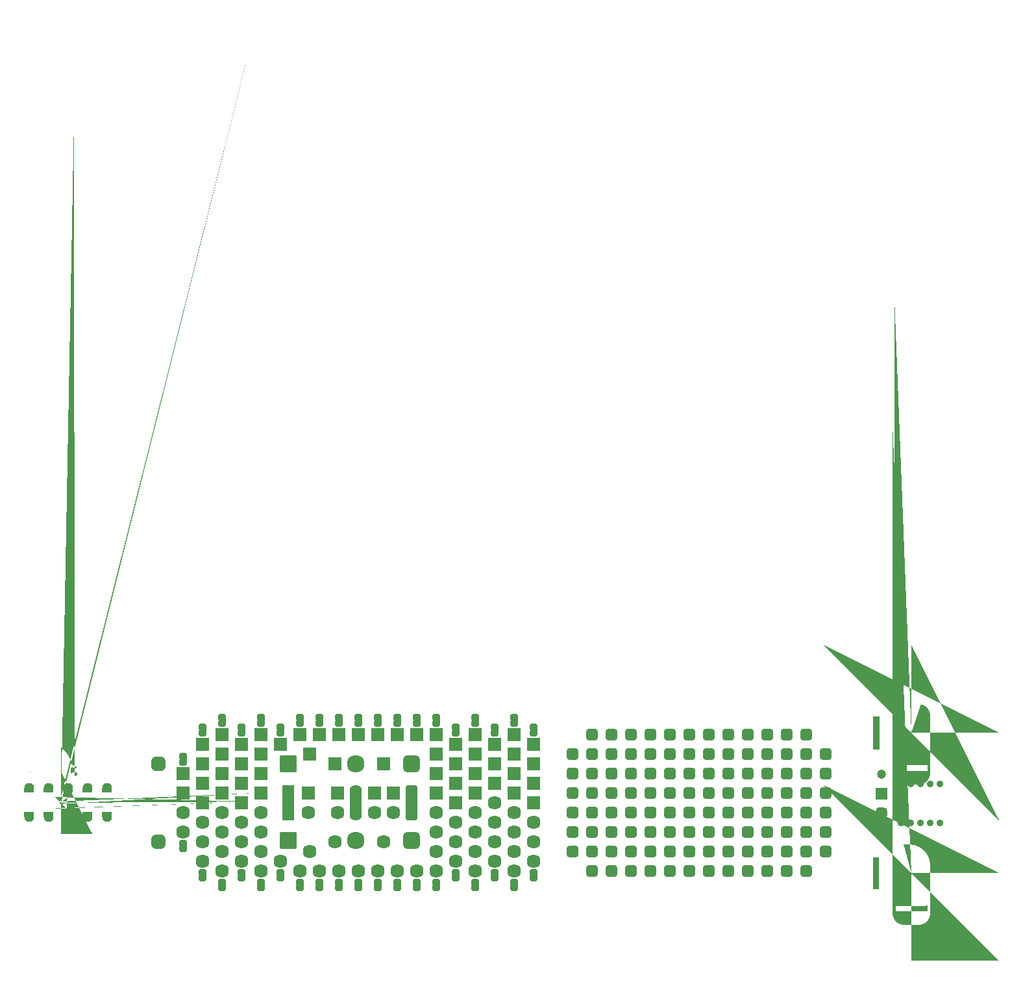
<source format=gbr>
%TF.GenerationSoftware,KiCad,Pcbnew,8.0.0*%
%TF.CreationDate,2024-02-24T11:24:54-08:00*%
%TF.ProjectId,JumperlessProbe,4a756d70-6572-46c6-9573-7350726f6265,rev?*%
%TF.SameCoordinates,Original*%
%TF.FileFunction,Soldermask,Top*%
%TF.FilePolarity,Negative*%
%FSLAX46Y46*%
G04 Gerber Fmt 4.6, Leading zero omitted, Abs format (unit mm)*
G04 Created by KiCad (PCBNEW 8.0.0) date 2024-02-24 11:24:54*
%MOMM*%
%LPD*%
G01*
G04 APERTURE LIST*
G04 Aperture macros list*
%AMRoundRect*
0 Rectangle with rounded corners*
0 $1 Rounding radius*
0 $2 $3 $4 $5 $6 $7 $8 $9 X,Y pos of 4 corners*
0 Add a 4 corners polygon primitive as box body*
4,1,4,$2,$3,$4,$5,$6,$7,$8,$9,$2,$3,0*
0 Add four circle primitives for the rounded corners*
1,1,$1+$1,$2,$3*
1,1,$1+$1,$4,$5*
1,1,$1+$1,$6,$7*
1,1,$1+$1,$8,$9*
0 Add four rect primitives between the rounded corners*
20,1,$1+$1,$2,$3,$4,$5,0*
20,1,$1+$1,$4,$5,$6,$7,0*
20,1,$1+$1,$6,$7,$8,$9,0*
20,1,$1+$1,$8,$9,$2,$3,0*%
%AMFreePoly0*
4,1,61,-1.004046,3.703271,-0.272051,3.705999,0.029798,3.689124,0.327885,3.638709,0.618495,3.555382,0.898007,3.440182,1.162936,3.294544,1.409980,3.120284,1.636062,2.919574,1.838363,2.694914,2.014362,2.449105,2.161865,2.185210,2.279034,1.906519,2.364410,1.616504,2.416927,1.318780,2.435931,1.017057,2.433136,1.004402,2.436000,-5.334000,2.418517,-5.556137,2.366500,-5.772804,
2.281229,-5.978667,2.164804,-6.168655,2.020092,-6.338092,1.850655,-6.482804,1.660667,-6.599229,1.454804,-6.684500,1.238137,-6.736517,1.016000,-6.754000,1.003628,-6.751176,-1.016000,-6.754000,-1.238137,-6.736518,-1.454804,-6.684501,-1.660667,-6.599230,-1.850655,-6.482804,-2.020092,-6.338092,-2.164804,-6.168655,-2.281230,-5.978667,-2.366501,-5.772804,-2.418518,-5.556137,-2.436000,-5.334000,
-2.433133,-5.321442,-2.433245,-5.024200,-2.001600,-5.024200,2.077800,-5.024200,2.077800,-4.272301,0.812800,-4.297600,-2.001600,-4.297600,-2.001600,-5.024200,-2.433245,-5.024200,-2.436000,2.286000,-2.418518,2.508137,-2.366501,2.724804,-2.281230,2.930667,-2.164804,3.120655,-2.020092,3.290092,-1.850655,3.434804,-1.660667,3.551230,-1.454804,3.636501,-1.238137,3.688518,-1.016000,3.706000,
-1.004046,3.703271,-1.004046,3.703271,$1*%
%AMFreePoly1*
4,1,63,1.238137,3.688517,1.454804,3.636500,1.660667,3.551229,1.850655,3.434804,2.020092,3.290092,2.164804,3.120655,2.281229,2.930667,2.366500,2.724804,2.418517,2.508137,2.436000,2.286000,2.433133,2.273442,2.436000,-5.334000,2.418517,-5.556137,2.366500,-5.772804,2.281229,-5.978667,2.164804,-6.168655,2.020092,-6.338092,1.850655,-6.482804,1.660667,-6.599229,1.454804,-6.684500,
1.238137,-6.736517,1.016000,-6.754000,1.003628,-6.751176,-1.016000,-6.754000,-1.238137,-6.736518,-1.454804,-6.684501,-1.660667,-6.599230,-1.850655,-6.482804,-2.020092,-6.338092,-2.164804,-6.168655,-2.281230,-5.978667,-2.366501,-5.772804,-2.418518,-5.556137,-2.436000,-5.334000,-2.433136,-5.321456,-2.433270,-5.024200,-2.077651,-5.024200,2.103200,-5.024200,2.103200,-4.196000,-0.762098,-4.195999,
-2.052547,-4.170696,-2.077651,-5.024200,-2.433270,-5.024200,-2.436000,1.016000,-2.435906,1.016947,-2.435931,1.017057,-2.416926,1.318780,-2.364409,1.616504,-2.279034,1.906519,-2.161864,2.185210,-2.014361,2.449105,-1.838362,2.694913,-1.636061,2.919573,-1.409980,3.120284,-1.162935,3.294543,-0.898006,3.440181,-0.618495,3.555381,-0.327885,3.638708,-0.029798,3.689123,0.272051,3.705999,
0.284004,3.703270,1.016000,3.706000,1.238137,3.688517,1.238137,3.688517,$1*%
%AMFreePoly2*
4,1,18,-0.635000,0.635000,0.000000,0.635000,0.099336,0.627182,0.252189,0.582774,0.389196,0.501748,0.501748,0.389196,0.582774,0.252189,0.627182,0.099336,0.635000,0.000000,0.627182,-0.099336,0.582774,-0.252189,0.501748,-0.389196,0.389196,-0.501748,0.252189,-0.582774,0.099336,-0.627182,0.000000,-0.635000,-0.635000,-0.635000,-0.635000,0.635000,-0.635000,0.635000,$1*%
%AMFreePoly3*
4,1,455,0.024171,7.214759,0.028568,7.214610,0.049870,7.203443,0.071873,7.193755,0.074730,7.190412,0.078627,7.188368,0.339196,6.944885,0.577199,6.679300,0.790769,6.393699,0.978232,6.090321,1.138115,5.771545,1.269166,5.439874,1.368949,5.102659,1.413084,5.026138,1.499315,4.928888,1.603325,4.850942,1.720873,4.795480,1.847167,4.764763,1.912112,4.762416,1.966722,4.747846,
2.009603,4.711025,2.032261,4.659245,2.030208,4.602762,2.003851,4.552763,1.958411,4.519151,1.902888,4.508584,1.746033,4.528264,1.595093,4.575253,1.454783,4.648082,1.439982,4.659468,1.429602,4.627521,1.379602,4.591194,1.348700,4.586300,1.265000,4.586300,1.265000,3.800538,1.287735,3.818315,1.471283,3.914377,1.669152,3.975742,1.874846,4.000395,1.962121,3.987565,
2.039744,3.945658,2.098354,3.879730,2.130879,3.797732,2.133399,3.709554,2.105608,3.625833,2.050858,3.556666,1.975754,3.510396,1.889354,3.492602,1.813630,3.490607,1.667450,3.450806,1.534721,3.377761,1.422879,3.275565,1.338191,3.149944,1.285403,3.007936,1.267472,2.857500,1.285403,2.707064,1.338191,2.565056,1.422879,2.439435,1.534721,2.337239,1.667450,2.264194,
1.813630,2.224393,1.889354,2.222397,1.975754,2.204604,2.050858,2.158334,2.105608,2.089167,2.133399,2.005446,2.130879,1.917268,2.098354,1.835270,2.039744,1.769342,1.962121,1.727435,1.874846,1.714605,1.669152,1.739258,1.471283,1.800623,1.287735,1.896685,1.265000,1.914461,1.265000,1.260540,1.287734,1.278316,1.471283,1.374378,1.669152,1.435743,1.874846,1.460396,
1.874846,1.460394,1.962121,1.447564,2.039744,1.405657,2.098354,1.339729,2.130879,1.257731,2.133399,1.169553,2.105608,1.085832,2.050858,1.016665,1.975754,0.970395,1.889354,0.952603,1.813629,0.950608,1.667449,0.910807,1.534720,0.837762,1.422878,0.735565,1.338190,0.609944,1.285402,0.467937,1.267471,0.317500,1.285402,0.167063,1.338190,0.025056,1.422878,-0.100565,
1.534720,-0.202762,1.667450,-0.275807,1.813630,-0.315608,1.889354,-0.317604,1.975754,-0.335397,2.050858,-0.381667,2.105608,-0.450834,2.133399,-0.534555,2.130879,-0.622733,2.098354,-0.704731,2.039744,-0.770659,1.962121,-0.812566,1.874846,-0.825396,1.669152,-0.800743,1.471283,-0.739378,1.287734,-0.643316,1.265000,-0.625540,1.265000,-1.279461,1.287736,-1.261684,1.471284,-1.165623,
1.669153,-1.104258,1.874847,-1.079605,1.962122,-1.092435,2.039746,-1.134342,2.098355,-1.200271,2.130881,-1.282269,2.133400,-1.370446,2.105609,-1.454167,2.050859,-1.523334,1.975755,-1.569605,1.889355,-1.587398,1.813630,-1.589393,1.667450,-1.629194,1.534721,-1.702239,1.422879,-1.804435,1.338191,-1.930056,1.285403,-2.072063,1.267472,-2.222500,1.285403,-2.372937,1.338191,-2.514944,
1.422879,-2.640565,1.534721,-2.742761,1.667450,-2.815806,1.813630,-2.855607,1.889355,-2.857603,1.975755,-2.875395,2.050859,-2.921666,2.105609,-2.990833,2.133400,-3.074554,2.130881,-3.162731,2.098355,-3.244729,2.039746,-3.310658,1.962122,-3.352565,1.874847,-3.365395,1.669153,-3.340742,1.471284,-3.279377,1.287736,-3.183316,1.265000,-3.165538,1.265000,-3.819461,1.287736,-3.801684,
1.471284,-3.705623,1.669153,-3.644258,1.874847,-3.619605,1.962122,-3.632435,2.039746,-3.674342,2.098355,-3.740271,2.130881,-3.822269,2.133400,-3.910446,2.105609,-3.994167,2.050859,-4.063334,1.975755,-4.109605,1.889355,-4.127398,1.813630,-4.129393,1.667450,-4.169194,1.534721,-4.242239,1.422879,-4.344435,1.338191,-4.470056,1.285403,-4.612063,1.267472,-4.762500,1.285403,-4.912937,
1.338191,-5.054944,1.422879,-5.180565,1.534721,-5.282761,1.667450,-5.355806,1.813630,-5.395607,1.889355,-5.397603,1.975755,-5.415395,2.050859,-5.461666,2.105609,-5.530833,2.133400,-5.614554,2.130881,-5.702731,2.098355,-5.784729,2.039746,-5.850658,1.962122,-5.892565,1.874847,-5.905395,1.669153,-5.880742,1.471284,-5.819377,1.287736,-5.723316,1.265000,-5.705538,1.265000,-6.431214,
1.267204,-6.431816,1.309887,-6.468867,1.332267,-6.520767,1.329912,-6.577238,1.303291,-6.627092,1.265000,-6.655102,1.265000,-6.692500,0.921172,-6.692500,0.759542,-6.740312,0.597129,-6.819214,0.449842,-6.923666,0.321665,-7.050843,0.216062,-7.197307,0.135891,-7.359097,0.109635,-7.445477,0.099973,-7.462357,0.092800,-7.480436,0.086091,-7.486613,0.081562,-7.494528,0.065531,-7.505546,
0.051224,-7.518723,0.042497,-7.521378,0.034979,-7.526546,0.015758,-7.529517,-0.002849,-7.535180,-0.011862,-7.533786,-0.020877,-7.535180,-0.039482,-7.529517,-0.058705,-7.526546,-0.066221,-7.521379,-0.074949,-7.518723,-0.089256,-7.505547,-0.105285,-7.494531,-0.109815,-7.486615,-0.116526,-7.480436,-0.123699,-7.462357,-0.133362,-7.445478,-0.159618,-7.359098,-0.239789,-7.197309,-0.345392,-7.050845,
-0.473570,-6.923668,-0.620857,-6.819216,-0.783270,-6.740314,-0.944906,-6.692500,-1.280000,-6.692500,-1.280000,-6.660720,-1.281400,-6.660462,-1.327018,-6.627092,-1.353639,-6.577234,-1.355992,-6.520762,-1.333610,-6.468863,-1.290926,-6.431814,-1.280000,-6.428836,-1.280000,-5.694486,-1.322499,-5.727716,-1.506047,-5.823777,-1.703916,-5.885142,-1.909610,-5.909795,-1.996885,-5.896965,-2.074509,-5.855058,
-2.133118,-5.789129,-2.165644,-5.707131,-2.168163,-5.618954,-2.140372,-5.535233,-2.085622,-5.466066,-2.010518,-5.419795,-1.924118,-5.402002,-1.848393,-5.400007,-1.702213,-5.360206,-1.569484,-5.287161,-1.457642,-5.184965,-1.372954,-5.059344,-1.320166,-4.917337,-1.302235,-4.766900,-1.320166,-4.616463,-1.372954,-4.474456,-1.457642,-4.348835,-1.569484,-4.246639,-1.702213,-4.173594,-1.848393,-4.133793,
-1.924118,-4.131797,-2.010518,-4.114005,-2.085622,-4.067734,-2.140372,-3.998567,-2.168163,-3.914846,-2.165644,-3.826669,-2.133118,-3.744671,-2.074509,-3.678742,-1.996885,-3.636835,-1.909610,-3.624005,-1.703916,-3.648658,-1.506047,-3.710023,-1.322499,-3.806084,-1.280000,-3.839313,-1.280000,-3.154486,-1.322499,-3.187716,-1.506047,-3.283777,-1.703916,-3.345142,-1.909610,-3.369795,-1.996885,-3.356965,
-2.074509,-3.315058,-2.133118,-3.249129,-2.165644,-3.167131,-2.168163,-3.078954,-2.140372,-2.995233,-2.085622,-2.926066,-2.010518,-2.879795,-1.924118,-2.862002,-1.848393,-2.860007,-1.702213,-2.820206,-1.569484,-2.747161,-1.457642,-2.644965,-1.372954,-2.519344,-1.320166,-2.377337,-1.302235,-2.226900,-1.320166,-2.076463,-1.372954,-1.934456,-1.457642,-1.808835,-1.569484,-1.706639,-1.702213,-1.633594,
-1.848393,-1.593793,-1.924118,-1.591797,-2.010518,-1.574005,-2.085622,-1.527734,-2.140372,-1.458567,-2.168163,-1.374846,-2.165644,-1.286669,-2.133118,-1.204671,-2.074509,-1.138742,-1.996885,-1.096835,-1.909610,-1.084005,-1.703916,-1.108658,-1.506047,-1.170023,-1.322499,-1.266084,-1.280000,-1.299313,-1.280000,-0.621318,-1.308135,-0.643317,-1.491683,-0.739378,-1.689552,-0.800743,-1.895246,-0.825396,
-1.982521,-0.812566,-2.060145,-0.770659,-2.118754,-0.704730,-2.151280,-0.622732,-2.153799,-0.534555,-2.126008,-0.450834,-2.071258,-0.381667,-1.996154,-0.335396,-1.909754,-0.317603,-1.834029,-0.315608,-1.687849,-0.275807,-1.555120,-0.202762,-1.443278,-0.100566,-1.358590,0.025055,-1.305802,0.167062,-1.287871,0.317499,-1.305802,0.467936,-1.358590,0.609943,-1.443278,0.735564,-1.555120,0.837760,
-1.687849,0.910805,-1.834029,0.950606,-1.909754,0.952602,-1.996154,0.970394,-2.071258,1.016665,-2.126008,1.085832,-2.153799,1.169553,-2.151280,1.257730,-2.118754,1.339728,-2.060145,1.405657,-1.982521,1.447564,-1.895246,1.460394,-1.689552,1.435741,-1.491683,1.374376,-1.308135,1.278315,-1.280000,1.256316,-1.280000,1.925512,-1.322498,1.892284,-1.506046,1.796223,-1.703915,1.734858,
-1.909609,1.710205,-1.996884,1.723035,-2.074508,1.764942,-2.133117,1.830871,-2.165643,1.912869,-2.168162,2.001046,-2.140371,2.084767,-2.085621,2.153934,-2.010517,2.200205,-1.924117,2.217998,-1.848392,2.219993,-1.702212,2.259794,-1.569483,2.332839,-1.457641,2.435035,-1.372953,2.560656,-1.320165,2.702663,-1.302234,2.853100,-1.320165,3.003537,-1.372953,3.145544,-1.457641,3.271165,
-1.569483,3.373361,-1.702212,3.446406,-1.848392,3.486207,-1.924117,3.488203,-2.010517,3.505995,-2.085621,3.552266,-2.140371,3.621433,-2.168162,3.705154,-2.165643,3.793331,-2.133117,3.875329,-2.074508,3.941258,-1.996884,3.983165,-1.909609,3.995995,-1.703915,3.971342,-1.506046,3.909977,-1.322498,3.813916,-1.280000,3.780687,-1.280000,4.586300,-1.369100,4.586300,-1.427879,4.605398,
-1.458988,4.648216,-1.459163,4.648082,-1.599472,4.575253,-1.750412,4.528264,-1.907267,4.508584,-1.962790,4.519151,-2.008230,4.552763,-2.034587,4.602762,-2.036640,4.659245,-2.013982,4.711025,-1.971101,4.747846,-1.916491,4.762416,-1.851546,4.764763,-1.725253,4.795480,-1.607705,4.850942,-1.503696,4.928888,-1.417465,5.026138,-1.378201,5.094216,-1.378131,5.097907,-1.276941,5.439874,
-1.145891,5.771546,-0.986008,6.090322,-0.798545,6.393700,-0.584975,6.679302,-0.346971,6.944886,-0.086401,7.188369,-0.082504,7.190411,-0.079647,7.193755,-0.057642,7.203444,-0.036342,7.214610,-0.031945,7.214759,-0.027920,7.216532,-0.003887,7.215714,0.020146,7.216532,0.024171,7.214759,0.024171,7.214759,$1*%
%AMFreePoly4*
4,1,13,0.500000,-0.500000,0.000000,-0.500000,-0.095671,-0.480970,-0.176777,-0.426777,-0.230970,-0.345671,-0.250000,-0.250000,-0.250000,0.250000,-0.230970,0.345671,-0.176777,0.426777,-0.095671,0.480970,0.000000,0.500000,0.500000,0.500000,0.500000,-0.500000,0.500000,-0.500000,$1*%
G04 Aperture macros list end*
%ADD10C,0.120000*%
%ADD11C,0.010000*%
%ADD12FreePoly0,270.000000*%
%ADD13FreePoly1,270.000000*%
%ADD14RoundRect,0.300000X-0.450000X0.450000X-0.450000X-0.450000X0.450000X-0.450000X0.450000X0.450000X0*%
%ADD15RoundRect,0.300000X-0.450000X-0.450000X0.450000X-0.450000X0.450000X0.450000X-0.450000X0.450000X0*%
%ADD16RoundRect,0.300000X0.450000X-0.450000X0.450000X0.450000X-0.450000X0.450000X-0.450000X-0.450000X0*%
%ADD17FreePoly2,90.000000*%
%ADD18FreePoly2,270.000000*%
%ADD19FreePoly3,90.000000*%
%ADD20RoundRect,0.080000X-0.720000X0.720000X-0.720000X-0.720000X0.720000X-0.720000X0.720000X0.720000X0*%
%ADD21RoundRect,0.640000X-0.160000X0.160000X-0.160000X-0.160000X0.160000X-0.160000X0.160000X0.160000X0*%
%ADD22C,1.200000*%
%ADD23C,0.900000*%
%ADD24RoundRect,0.450000X0.450000X0.450000X-0.450000X0.450000X-0.450000X-0.450000X0.450000X-0.450000X0*%
%ADD25FreePoly4,270.000000*%
%ADD26FreePoly4,90.000000*%
%ADD27RoundRect,0.085000X-0.765000X-0.765000X0.765000X-0.765000X0.765000X0.765000X-0.765000X0.765000X0*%
%ADD28RoundRect,0.110000X-0.990000X-0.990000X0.990000X-0.990000X0.990000X0.990000X-0.990000X0.990000X0*%
%ADD29RoundRect,0.080000X-0.720000X-2.220000X0.720000X-2.220000X0.720000X2.220000X-0.720000X2.220000X0*%
%ADD30RoundRect,0.680000X-0.170000X-0.170000X0.170000X-0.170000X0.170000X0.170000X-0.170000X0.170000X0*%
%ADD31RoundRect,0.880000X-0.220000X-0.220000X0.220000X-0.220000X0.220000X0.220000X-0.220000X0.220000X0*%
%ADD32RoundRect,0.720000X-0.080000X-1.580000X0.080000X-1.580000X0.080000X1.580000X-0.080000X1.580000X0*%
%ADD33RoundRect,0.550000X-0.550000X-0.550000X0.550000X-0.550000X0.550000X0.550000X-0.550000X0.550000X0*%
%ADD34RoundRect,0.400000X-0.400000X-1.900000X0.400000X-1.900000X0.400000X1.900000X-0.400000X1.900000X0*%
G04 APERTURE END LIST*
%TO.C,J4*%
D10*
X138958400Y-57942400D02*
X138231800Y-57942400D01*
X138231800Y-62021800D01*
X138958400Y-62021800D01*
X138958400Y-57942400D01*
G36*
X138958400Y-57942400D02*
G01*
X138231800Y-57942400D01*
X138231800Y-62021800D01*
X138958400Y-62021800D01*
X138958400Y-57942400D01*
G37*
%TO.C,J3*%
X139060000Y-39578349D02*
X138231800Y-39578349D01*
X138231800Y-43759200D01*
X139060000Y-43759200D01*
X139060000Y-39578349D01*
G36*
X139060000Y-39578349D02*
G01*
X138231800Y-39578349D01*
X138231800Y-43759200D01*
X139060000Y-43759200D01*
X139060000Y-39578349D01*
G37*
%TO.C,SW1*%
D11*
X47840900Y-56642494D02*
X48679100Y-56642494D01*
X48679100Y-56236094D01*
X47840900Y-56236094D01*
X47840900Y-56642494D01*
G36*
X47840900Y-56642494D02*
G01*
X48679100Y-56642494D01*
X48679100Y-56236094D01*
X47840900Y-56236094D01*
X47840900Y-56642494D01*
G37*
X48679100Y-44958494D02*
X47840900Y-44958494D01*
X47840900Y-45364894D01*
X48679100Y-45364894D01*
X48679100Y-44958494D01*
G36*
X48679100Y-44958494D02*
G01*
X47840900Y-44958494D01*
X47840900Y-45364894D01*
X48679100Y-45364894D01*
X48679100Y-44958494D01*
G37*
X50380900Y-60452494D02*
X51219100Y-60452494D01*
X51219100Y-60046094D01*
X50380900Y-60046094D01*
X50380900Y-60452494D01*
G36*
X50380900Y-60452494D02*
G01*
X51219100Y-60452494D01*
X51219100Y-60046094D01*
X50380900Y-60046094D01*
X50380900Y-60452494D01*
G37*
X51219100Y-41148494D02*
X50380900Y-41148494D01*
X50380900Y-41554894D01*
X51219100Y-41554894D01*
X51219100Y-41148494D01*
G36*
X51219100Y-41148494D02*
G01*
X50380900Y-41148494D01*
X50380900Y-41554894D01*
X51219100Y-41554894D01*
X51219100Y-41148494D01*
G37*
X52920900Y-61722494D02*
X53759100Y-61722494D01*
X53759100Y-61316094D01*
X52920900Y-61316094D01*
X52920900Y-61722494D01*
G36*
X52920900Y-61722494D02*
G01*
X53759100Y-61722494D01*
X53759100Y-61316094D01*
X52920900Y-61316094D01*
X52920900Y-61722494D01*
G37*
X53759100Y-39878494D02*
X52920900Y-39878494D01*
X52920900Y-40284894D01*
X53759100Y-40284894D01*
X53759100Y-39878494D01*
G36*
X53759100Y-39878494D02*
G01*
X52920900Y-39878494D01*
X52920900Y-40284894D01*
X53759100Y-40284894D01*
X53759100Y-39878494D01*
G37*
X55460900Y-60452494D02*
X56299100Y-60452494D01*
X56299100Y-60046094D01*
X55460900Y-60046094D01*
X55460900Y-60452494D01*
G36*
X55460900Y-60452494D02*
G01*
X56299100Y-60452494D01*
X56299100Y-60046094D01*
X55460900Y-60046094D01*
X55460900Y-60452494D01*
G37*
X56299100Y-41148494D02*
X55460900Y-41148494D01*
X55460900Y-41554894D01*
X56299100Y-41554894D01*
X56299100Y-41148494D01*
G36*
X56299100Y-41148494D02*
G01*
X55460900Y-41148494D01*
X55460900Y-41554894D01*
X56299100Y-41554894D01*
X56299100Y-41148494D01*
G37*
X58000900Y-61722494D02*
X58839100Y-61722494D01*
X58839100Y-61316094D01*
X58000900Y-61316094D01*
X58000900Y-61722494D01*
G36*
X58000900Y-61722494D02*
G01*
X58839100Y-61722494D01*
X58839100Y-61316094D01*
X58000900Y-61316094D01*
X58000900Y-61722494D01*
G37*
X58839100Y-39878494D02*
X58000900Y-39878494D01*
X58000900Y-40284894D01*
X58839100Y-40284894D01*
X58839100Y-39878494D01*
G36*
X58839100Y-39878494D02*
G01*
X58000900Y-39878494D01*
X58000900Y-40284894D01*
X58839100Y-40284894D01*
X58839100Y-39878494D01*
G37*
X60540900Y-60452494D02*
X61379100Y-60452494D01*
X61379100Y-60046094D01*
X60540900Y-60046094D01*
X60540900Y-60452494D01*
G36*
X60540900Y-60452494D02*
G01*
X61379100Y-60452494D01*
X61379100Y-60046094D01*
X60540900Y-60046094D01*
X60540900Y-60452494D01*
G37*
X61379100Y-41148494D02*
X60540900Y-41148494D01*
X60540900Y-41554894D01*
X61379100Y-41554894D01*
X61379100Y-41148494D01*
G36*
X61379100Y-41148494D02*
G01*
X60540900Y-41148494D01*
X60540900Y-41554894D01*
X61379100Y-41554894D01*
X61379100Y-41148494D01*
G37*
X63080900Y-61722494D02*
X63919100Y-61722494D01*
X63919100Y-61316094D01*
X63080900Y-61316094D01*
X63080900Y-61722494D01*
G36*
X63080900Y-61722494D02*
G01*
X63919100Y-61722494D01*
X63919100Y-61316094D01*
X63080900Y-61316094D01*
X63080900Y-61722494D01*
G37*
X63919100Y-39878494D02*
X63080900Y-39878494D01*
X63080900Y-40284894D01*
X63919100Y-40284894D01*
X63919100Y-39878494D01*
G36*
X63919100Y-39878494D02*
G01*
X63080900Y-39878494D01*
X63080900Y-40284894D01*
X63919100Y-40284894D01*
X63919100Y-39878494D01*
G37*
X65620900Y-61722494D02*
X66459100Y-61722494D01*
X66459100Y-61316094D01*
X65620900Y-61316094D01*
X65620900Y-61722494D01*
G36*
X65620900Y-61722494D02*
G01*
X66459100Y-61722494D01*
X66459100Y-61316094D01*
X65620900Y-61316094D01*
X65620900Y-61722494D01*
G37*
X66459100Y-39878494D02*
X65620900Y-39878494D01*
X65620900Y-40284894D01*
X66459100Y-40284894D01*
X66459100Y-39878494D01*
G36*
X66459100Y-39878494D02*
G01*
X65620900Y-39878494D01*
X65620900Y-40284894D01*
X66459100Y-40284894D01*
X66459100Y-39878494D01*
G37*
X68160900Y-61722494D02*
X68999100Y-61722494D01*
X68999100Y-61316094D01*
X68160900Y-61316094D01*
X68160900Y-61722494D01*
G36*
X68160900Y-61722494D02*
G01*
X68999100Y-61722494D01*
X68999100Y-61316094D01*
X68160900Y-61316094D01*
X68160900Y-61722494D01*
G37*
X68999100Y-39878494D02*
X68160900Y-39878494D01*
X68160900Y-40284894D01*
X68999100Y-40284894D01*
X68999100Y-39878494D01*
G36*
X68999100Y-39878494D02*
G01*
X68160900Y-39878494D01*
X68160900Y-40284894D01*
X68999100Y-40284894D01*
X68999100Y-39878494D01*
G37*
X70700900Y-61722494D02*
X71539100Y-61722494D01*
X71539100Y-61316094D01*
X70700900Y-61316094D01*
X70700900Y-61722494D01*
G36*
X70700900Y-61722494D02*
G01*
X71539100Y-61722494D01*
X71539100Y-61316094D01*
X70700900Y-61316094D01*
X70700900Y-61722494D01*
G37*
X71539100Y-39878494D02*
X70700900Y-39878494D01*
X70700900Y-40284894D01*
X71539100Y-40284894D01*
X71539100Y-39878494D01*
G36*
X71539100Y-39878494D02*
G01*
X70700900Y-39878494D01*
X70700900Y-40284894D01*
X71539100Y-40284894D01*
X71539100Y-39878494D01*
G37*
X73240900Y-61722494D02*
X74079100Y-61722494D01*
X74079100Y-61316094D01*
X73240900Y-61316094D01*
X73240900Y-61722494D01*
G36*
X73240900Y-61722494D02*
G01*
X74079100Y-61722494D01*
X74079100Y-61316094D01*
X73240900Y-61316094D01*
X73240900Y-61722494D01*
G37*
X74079100Y-39878494D02*
X73240900Y-39878494D01*
X73240900Y-40284894D01*
X74079100Y-40284894D01*
X74079100Y-39878494D01*
G36*
X74079100Y-39878494D02*
G01*
X73240900Y-39878494D01*
X73240900Y-40284894D01*
X74079100Y-40284894D01*
X74079100Y-39878494D01*
G37*
X75780900Y-61722494D02*
X76619100Y-61722494D01*
X76619100Y-61316094D01*
X75780900Y-61316094D01*
X75780900Y-61722494D01*
G36*
X75780900Y-61722494D02*
G01*
X76619100Y-61722494D01*
X76619100Y-61316094D01*
X75780900Y-61316094D01*
X75780900Y-61722494D01*
G37*
X76619100Y-39878494D02*
X75780900Y-39878494D01*
X75780900Y-40284894D01*
X76619100Y-40284894D01*
X76619100Y-39878494D01*
G36*
X76619100Y-39878494D02*
G01*
X75780900Y-39878494D01*
X75780900Y-40284894D01*
X76619100Y-40284894D01*
X76619100Y-39878494D01*
G37*
X78320900Y-61722494D02*
X79159100Y-61722494D01*
X79159100Y-61316094D01*
X78320900Y-61316094D01*
X78320900Y-61722494D01*
G36*
X78320900Y-61722494D02*
G01*
X79159100Y-61722494D01*
X79159100Y-61316094D01*
X78320900Y-61316094D01*
X78320900Y-61722494D01*
G37*
X79159100Y-39878494D02*
X78320900Y-39878494D01*
X78320900Y-40284894D01*
X79159100Y-40284894D01*
X79159100Y-39878494D01*
G36*
X79159100Y-39878494D02*
G01*
X78320900Y-39878494D01*
X78320900Y-40284894D01*
X79159100Y-40284894D01*
X79159100Y-39878494D01*
G37*
X80860900Y-61722494D02*
X81699100Y-61722494D01*
X81699100Y-61316094D01*
X80860900Y-61316094D01*
X80860900Y-61722494D01*
G36*
X80860900Y-61722494D02*
G01*
X81699100Y-61722494D01*
X81699100Y-61316094D01*
X80860900Y-61316094D01*
X80860900Y-61722494D01*
G37*
X81699100Y-39878494D02*
X80860900Y-39878494D01*
X80860900Y-40284894D01*
X81699100Y-40284894D01*
X81699100Y-39878494D01*
G36*
X81699100Y-39878494D02*
G01*
X80860900Y-39878494D01*
X80860900Y-40284894D01*
X81699100Y-40284894D01*
X81699100Y-39878494D01*
G37*
X83400900Y-60452494D02*
X84239100Y-60452494D01*
X84239100Y-60046094D01*
X83400900Y-60046094D01*
X83400900Y-60452494D01*
G36*
X83400900Y-60452494D02*
G01*
X84239100Y-60452494D01*
X84239100Y-60046094D01*
X83400900Y-60046094D01*
X83400900Y-60452494D01*
G37*
X84239100Y-41148494D02*
X83400900Y-41148494D01*
X83400900Y-41554894D01*
X84239100Y-41554894D01*
X84239100Y-41148494D01*
G36*
X84239100Y-41148494D02*
G01*
X83400900Y-41148494D01*
X83400900Y-41554894D01*
X84239100Y-41554894D01*
X84239100Y-41148494D01*
G37*
X85940900Y-61722494D02*
X86779100Y-61722494D01*
X86779100Y-61316094D01*
X85940900Y-61316094D01*
X85940900Y-61722494D01*
G36*
X85940900Y-61722494D02*
G01*
X86779100Y-61722494D01*
X86779100Y-61316094D01*
X85940900Y-61316094D01*
X85940900Y-61722494D01*
G37*
X86779100Y-39878494D02*
X85940900Y-39878494D01*
X85940900Y-40284894D01*
X86779100Y-40284894D01*
X86779100Y-39878494D01*
G36*
X86779100Y-39878494D02*
G01*
X85940900Y-39878494D01*
X85940900Y-40284894D01*
X86779100Y-40284894D01*
X86779100Y-39878494D01*
G37*
X88480900Y-60452494D02*
X89319100Y-60452494D01*
X89319100Y-60046094D01*
X88480900Y-60046094D01*
X88480900Y-60452494D01*
G36*
X88480900Y-60452494D02*
G01*
X89319100Y-60452494D01*
X89319100Y-60046094D01*
X88480900Y-60046094D01*
X88480900Y-60452494D01*
G37*
X89319100Y-41148494D02*
X88480900Y-41148494D01*
X88480900Y-41554894D01*
X89319100Y-41554894D01*
X89319100Y-41148494D01*
G36*
X89319100Y-41148494D02*
G01*
X88480900Y-41148494D01*
X88480900Y-41554894D01*
X89319100Y-41554894D01*
X89319100Y-41148494D01*
G37*
X91020900Y-61722494D02*
X91859100Y-61722494D01*
X91859100Y-61316094D01*
X91020900Y-61316094D01*
X91020900Y-61722494D01*
G36*
X91020900Y-61722494D02*
G01*
X91859100Y-61722494D01*
X91859100Y-61316094D01*
X91020900Y-61316094D01*
X91020900Y-61722494D01*
G37*
X91859100Y-39878494D02*
X91020900Y-39878494D01*
X91020900Y-40284894D01*
X91859100Y-40284894D01*
X91859100Y-39878494D01*
G36*
X91859100Y-39878494D02*
G01*
X91020900Y-39878494D01*
X91020900Y-40284894D01*
X91859100Y-40284894D01*
X91859100Y-39878494D01*
G37*
X93560900Y-60452494D02*
X94399100Y-60452494D01*
X94399100Y-60046094D01*
X93560900Y-60046094D01*
X93560900Y-60452494D01*
G36*
X93560900Y-60452494D02*
G01*
X94399100Y-60452494D01*
X94399100Y-60046094D01*
X93560900Y-60046094D01*
X93560900Y-60452494D01*
G37*
X94399100Y-41148494D02*
X93560900Y-41148494D01*
X93560900Y-41554894D01*
X94399100Y-41554894D01*
X94399100Y-41148494D01*
G36*
X94399100Y-41148494D02*
G01*
X93560900Y-41148494D01*
X93560900Y-41554894D01*
X94399100Y-41554894D01*
X94399100Y-41148494D01*
G37*
%TD*%
D12*
%TO.C,J4*%
X143256000Y-59944000D03*
%TD*%
D13*
%TO.C,J3*%
X143256000Y-41656000D03*
%TD*%
D14*
%TO.C,REF\u002A\u002A*%
X114300000Y-41910000D03*
X111760000Y-41910000D03*
X114300000Y-44450000D03*
X111760000Y-44450000D03*
X114300000Y-46990000D03*
X111760000Y-46990000D03*
X114300000Y-49530000D03*
X111760000Y-49530000D03*
X114300000Y-52070000D03*
X111760000Y-52070000D03*
X114300000Y-54610000D03*
X111760000Y-54610000D03*
X114300000Y-57150000D03*
X111760000Y-57150000D03*
X114300000Y-59690000D03*
X111760000Y-59690000D03*
%TD*%
D15*
%TO.C,REF\u002A\u002A*%
X99060000Y-44450000D03*
X99060000Y-46990000D03*
X101600000Y-44450000D03*
X101600000Y-46990000D03*
X104140000Y-44450000D03*
X104140000Y-46990000D03*
X106680000Y-44450000D03*
X106680000Y-46990000D03*
X109220000Y-44450000D03*
X109220000Y-46990000D03*
X111760000Y-44450000D03*
X111760000Y-46990000D03*
X114300000Y-44450000D03*
X114300000Y-46990000D03*
X116840000Y-44450000D03*
X116840000Y-46990000D03*
%TD*%
D16*
%TO.C,REF\u002A\u002A*%
X106680000Y-59690000D03*
X109220000Y-59690000D03*
X106680000Y-57150000D03*
X109220000Y-57150000D03*
X106680000Y-54610000D03*
X109220000Y-54610000D03*
X106680000Y-52070000D03*
X109220000Y-52070000D03*
X106680000Y-49530000D03*
X109220000Y-49530000D03*
X106680000Y-46990000D03*
X109220000Y-46990000D03*
X106680000Y-44450000D03*
X109220000Y-44450000D03*
X106680000Y-41910000D03*
X109220000Y-41910000D03*
%TD*%
D14*
%TO.C,REF\u002A\u002A*%
X119380000Y-41910000D03*
X116840000Y-41910000D03*
X119380000Y-44450000D03*
X116840000Y-44450000D03*
X119380000Y-46990000D03*
X116840000Y-46990000D03*
X119380000Y-49530000D03*
X116840000Y-49530000D03*
X119380000Y-52070000D03*
X116840000Y-52070000D03*
X119380000Y-54610000D03*
X116840000Y-54610000D03*
X119380000Y-57150000D03*
X116840000Y-57150000D03*
X119380000Y-59690000D03*
X116840000Y-59690000D03*
%TD*%
D15*
%TO.C,REF\u002A\u002A*%
X114300000Y-44450000D03*
X114300000Y-46990000D03*
X116840000Y-44450000D03*
X116840000Y-46990000D03*
X119380000Y-44450000D03*
X119380000Y-46990000D03*
X121920000Y-44450000D03*
X121920000Y-46990000D03*
X124460000Y-44450000D03*
X124460000Y-46990000D03*
X127000000Y-44450000D03*
X127000000Y-46990000D03*
X129540000Y-44450000D03*
X129540000Y-46990000D03*
X132080000Y-44450000D03*
X132080000Y-46990000D03*
%TD*%
D14*
%TO.C,REF\u002A\u002A*%
X124460000Y-41910000D03*
X121920000Y-41910000D03*
X124460000Y-44450000D03*
X121920000Y-44450000D03*
X124460000Y-46990000D03*
X121920000Y-46990000D03*
X124460000Y-49530000D03*
X121920000Y-49530000D03*
X124460000Y-52070000D03*
X121920000Y-52070000D03*
X124460000Y-54610000D03*
X121920000Y-54610000D03*
X124460000Y-57150000D03*
X121920000Y-57150000D03*
X124460000Y-59690000D03*
X121920000Y-59690000D03*
%TD*%
D16*
%TO.C,REF\u002A\u002A*%
X101600000Y-59690000D03*
X104140000Y-59690000D03*
X101600000Y-57150000D03*
X104140000Y-57150000D03*
X101600000Y-54610000D03*
X104140000Y-54610000D03*
X101600000Y-52070000D03*
X104140000Y-52070000D03*
X101600000Y-49530000D03*
X104140000Y-49530000D03*
X101600000Y-46990000D03*
X104140000Y-46990000D03*
X101600000Y-44450000D03*
X104140000Y-44450000D03*
X101600000Y-41910000D03*
X104140000Y-41910000D03*
%TD*%
D17*
%TO.C,J2*%
X28201300Y-48892994D03*
X28201300Y-48892994D03*
D18*
X28201300Y-52702994D03*
X28201300Y-52702994D03*
D17*
X30741300Y-48892994D03*
X30741300Y-48892994D03*
D18*
X30741300Y-52702994D03*
X30741300Y-52702994D03*
D19*
X32321300Y-50787994D03*
D17*
X33281300Y-48892994D03*
X33281300Y-48892994D03*
D18*
X33281300Y-52702994D03*
X33281300Y-52702994D03*
D17*
X35821300Y-48892994D03*
X35821300Y-48892994D03*
D18*
X35821300Y-52702994D03*
X35821300Y-52702994D03*
D17*
X38361300Y-48892994D03*
X38361300Y-48892994D03*
D18*
X38361300Y-52702994D03*
X38361300Y-52702994D03*
%TD*%
D14*
%TO.C,REF\u002A\u002A*%
X129540000Y-41910000D03*
X127000000Y-41910000D03*
X129540000Y-44450000D03*
X127000000Y-44450000D03*
X129540000Y-46990000D03*
X127000000Y-46990000D03*
X129540000Y-49530000D03*
X127000000Y-49530000D03*
X129540000Y-52070000D03*
X127000000Y-52070000D03*
X129540000Y-54610000D03*
X127000000Y-54610000D03*
X129540000Y-57150000D03*
X127000000Y-57150000D03*
X129540000Y-59690000D03*
X127000000Y-59690000D03*
%TD*%
D20*
%TO.C,J1*%
X139344450Y-49655000D03*
D21*
X139344450Y-52195000D03*
D22*
X139344450Y-47115000D03*
D23*
X146964450Y-48385000D03*
X145694450Y-48385000D03*
X144424450Y-48385000D03*
X143154450Y-48385000D03*
X141884450Y-48385000D03*
X146964450Y-53465000D03*
X145694450Y-53465000D03*
X144424450Y-53465000D03*
X143154450Y-53465000D03*
X141884450Y-53465000D03*
D22*
X139344450Y-54735000D03*
%TD*%
D24*
%TO.C,R1*%
X45056000Y-55880494D03*
X45056000Y-45720494D03*
%TD*%
D15*
%TO.C,REF\u002A\u002A*%
X99060000Y-49530000D03*
X99060000Y-52070000D03*
X101600000Y-49530000D03*
X101600000Y-52070000D03*
X104140000Y-49530000D03*
X104140000Y-52070000D03*
X106680000Y-49530000D03*
X106680000Y-52070000D03*
X109220000Y-49530000D03*
X109220000Y-52070000D03*
X111760000Y-49530000D03*
X111760000Y-52070000D03*
X114300000Y-49530000D03*
X114300000Y-52070000D03*
X116840000Y-49530000D03*
X116840000Y-52070000D03*
%TD*%
%TO.C,REF\u002A\u002A*%
X99060000Y-54610000D03*
X99060000Y-57150000D03*
X101600000Y-54610000D03*
X101600000Y-57150000D03*
X104140000Y-54610000D03*
X104140000Y-57150000D03*
X106680000Y-54610000D03*
X106680000Y-57150000D03*
X109220000Y-54610000D03*
X109220000Y-57150000D03*
X111760000Y-54610000D03*
X111760000Y-57150000D03*
X114300000Y-54610000D03*
X114300000Y-57150000D03*
X116840000Y-54610000D03*
X116840000Y-57150000D03*
%TD*%
%TO.C,REF\u002A\u002A*%
X114300000Y-54610000D03*
X114300000Y-57150000D03*
X116840000Y-54610000D03*
X116840000Y-57150000D03*
X119380000Y-54610000D03*
X119380000Y-57150000D03*
X121920000Y-54610000D03*
X121920000Y-57150000D03*
X124460000Y-54610000D03*
X124460000Y-57150000D03*
X127000000Y-54610000D03*
X127000000Y-57150000D03*
X129540000Y-54610000D03*
X129540000Y-57150000D03*
X132080000Y-54610000D03*
X132080000Y-57150000D03*
%TD*%
D25*
%TO.C,SW1*%
X48252700Y-44577494D03*
D26*
X48260000Y-45720494D03*
D27*
X48260000Y-46990494D03*
X48260000Y-49530494D03*
D25*
X50792700Y-40767494D03*
D26*
X50800000Y-41910494D03*
D27*
X50800000Y-43180494D03*
X50800000Y-45720494D03*
X50800000Y-48260494D03*
X50800000Y-50800494D03*
D25*
X53332700Y-39497494D03*
D26*
X53340000Y-40640494D03*
D27*
X53340000Y-41910494D03*
X53340000Y-44450494D03*
X53340000Y-46990494D03*
X53340000Y-49530494D03*
D25*
X55872700Y-40767494D03*
D26*
X55880000Y-41910494D03*
D27*
X55880000Y-43180494D03*
X55880000Y-45720494D03*
X55880000Y-48260494D03*
X55880000Y-50800494D03*
D25*
X58412700Y-39497494D03*
D26*
X58420000Y-40640494D03*
D27*
X58420000Y-41910494D03*
X58420000Y-44450494D03*
X58420000Y-46990494D03*
X58420000Y-49530494D03*
D25*
X60952700Y-40767494D03*
D26*
X60960000Y-41910494D03*
D27*
X60960000Y-43180494D03*
D28*
X61976000Y-45720494D03*
D29*
X61976000Y-50800494D03*
D28*
X61976000Y-55753494D03*
D25*
X63492700Y-39497494D03*
D26*
X63500000Y-40640494D03*
D27*
X63500000Y-41910494D03*
X64643000Y-49530494D03*
X64770000Y-44450494D03*
D25*
X66032700Y-39497494D03*
D26*
X66040000Y-40640494D03*
D27*
X66040000Y-41910494D03*
X68072000Y-45720494D03*
X68453000Y-49530494D03*
D25*
X68572700Y-39497494D03*
D26*
X68580000Y-40640494D03*
D27*
X68580000Y-41910494D03*
D25*
X71112700Y-39497494D03*
D26*
X71120000Y-40640494D03*
D27*
X71120000Y-41910494D03*
X73279000Y-49530494D03*
D25*
X73652700Y-39497494D03*
D26*
X73660000Y-40640494D03*
D27*
X73660000Y-41910494D03*
X74422000Y-45720494D03*
X75692000Y-49530494D03*
D25*
X76192700Y-39497494D03*
D26*
X76200000Y-40640494D03*
D27*
X76200000Y-41910494D03*
D25*
X78732700Y-39497494D03*
D26*
X78740000Y-40640494D03*
D27*
X78740000Y-41910494D03*
D25*
X81272700Y-39497494D03*
D26*
X81280000Y-40640494D03*
D27*
X81280000Y-41910494D03*
X81280000Y-44450494D03*
X81280000Y-46990494D03*
X81280000Y-49530494D03*
D25*
X83812700Y-40767494D03*
D26*
X83820000Y-41910494D03*
D27*
X83820000Y-43180494D03*
X83820000Y-45720494D03*
X83820000Y-48260494D03*
X83820000Y-50800494D03*
D25*
X86352700Y-39497494D03*
D26*
X86360000Y-40640494D03*
D27*
X86360000Y-41910494D03*
X86360000Y-44450494D03*
X86360000Y-46990494D03*
X86360000Y-49530494D03*
D25*
X88892700Y-40767494D03*
D26*
X88900000Y-41910494D03*
D27*
X88900000Y-43180494D03*
X88900000Y-45720494D03*
X88900000Y-48260494D03*
D25*
X91432700Y-39497494D03*
D26*
X91440000Y-40640494D03*
D27*
X91440000Y-41910494D03*
X91440000Y-44450494D03*
X91440000Y-46990494D03*
X91440000Y-49530494D03*
D25*
X93972700Y-40767494D03*
D26*
X93980000Y-41910494D03*
D27*
X93980000Y-43180494D03*
X93980000Y-45720494D03*
X93980000Y-48260494D03*
X93980000Y-50800494D03*
D30*
X48260000Y-52070494D03*
X48260000Y-54610494D03*
D25*
X48260000Y-55880494D03*
D26*
X48267300Y-57023494D03*
D30*
X50800000Y-53340494D03*
X50800000Y-55880494D03*
X50800000Y-58420494D03*
D25*
X50800000Y-59690494D03*
D26*
X50807300Y-60833494D03*
D30*
X53340000Y-52070494D03*
X53340000Y-54610494D03*
X53340000Y-57150494D03*
X53340000Y-59690494D03*
D25*
X53340000Y-60960494D03*
D26*
X53347300Y-62103494D03*
D30*
X55880000Y-53340494D03*
X55880000Y-55880494D03*
X55880000Y-58420494D03*
D25*
X55880000Y-59690494D03*
D26*
X55887300Y-60833494D03*
D30*
X58420000Y-52070494D03*
X58420000Y-54610494D03*
X58420000Y-57150494D03*
X58420000Y-59690494D03*
D25*
X58420000Y-60960494D03*
D26*
X58427300Y-62103494D03*
D30*
X60960000Y-58420494D03*
D25*
X60960000Y-59690494D03*
D26*
X60967300Y-60833494D03*
D30*
X63500000Y-59690494D03*
D25*
X63500000Y-60960494D03*
D26*
X63507300Y-62103494D03*
D30*
X64643000Y-52070494D03*
X64770000Y-57150494D03*
X66040000Y-59690494D03*
D25*
X66040000Y-60960494D03*
D26*
X66047300Y-62103494D03*
D30*
X68072000Y-55880494D03*
X68453000Y-52070494D03*
X68580000Y-59690494D03*
D25*
X68580000Y-60960494D03*
D26*
X68587300Y-62103494D03*
D31*
X70776000Y-45720494D03*
D32*
X70776000Y-50800494D03*
D31*
X70776000Y-55753494D03*
D30*
X71120000Y-59690494D03*
D25*
X71120000Y-60960494D03*
D26*
X71127300Y-62103494D03*
D30*
X73279000Y-52070494D03*
X73660000Y-59690494D03*
D25*
X73660000Y-60960494D03*
D26*
X73667300Y-62103494D03*
D30*
X74422000Y-55880494D03*
X75692000Y-52070494D03*
X76200000Y-59690494D03*
D25*
X76200000Y-60960494D03*
D26*
X76207300Y-62103494D03*
D30*
X78740000Y-59690494D03*
D25*
X78740000Y-60960494D03*
D26*
X78747300Y-62103494D03*
D30*
X81280000Y-52070494D03*
X81280000Y-54610494D03*
X81280000Y-57150494D03*
X81280000Y-59690494D03*
D25*
X81280000Y-60960494D03*
D26*
X81287300Y-62103494D03*
D30*
X83820000Y-53340494D03*
X83820000Y-55880494D03*
X83820000Y-58420494D03*
D25*
X83820000Y-59690494D03*
D26*
X83827300Y-60833494D03*
D30*
X86360000Y-52070494D03*
X86360000Y-54610494D03*
X86360000Y-57150494D03*
X86360000Y-59690494D03*
D25*
X86360000Y-60960494D03*
D26*
X86367300Y-62103494D03*
D30*
X88900000Y-50800494D03*
X88900000Y-53340494D03*
X88900000Y-55880494D03*
X88900000Y-58420494D03*
D25*
X88900000Y-59690494D03*
D26*
X88907300Y-60833494D03*
D30*
X91440000Y-52070494D03*
X91440000Y-54610494D03*
X91440000Y-57150494D03*
X91440000Y-59690494D03*
D25*
X91440000Y-60960494D03*
D26*
X91447300Y-62103494D03*
D30*
X93980000Y-53340494D03*
X93980000Y-55880494D03*
X93980000Y-58420494D03*
D25*
X93980000Y-59690494D03*
D26*
X93987300Y-60833494D03*
D33*
X78076000Y-45720494D03*
D34*
X78076000Y-50800494D03*
D33*
X78076000Y-55753494D03*
%TD*%
D15*
%TO.C,REF\u002A\u002A*%
X114300000Y-49530000D03*
X114300000Y-52070000D03*
X116840000Y-49530000D03*
X116840000Y-52070000D03*
X119380000Y-49530000D03*
X119380000Y-52070000D03*
X121920000Y-49530000D03*
X121920000Y-52070000D03*
X124460000Y-49530000D03*
X124460000Y-52070000D03*
X127000000Y-49530000D03*
X127000000Y-52070000D03*
X129540000Y-49530000D03*
X129540000Y-52070000D03*
X132080000Y-49530000D03*
X132080000Y-52070000D03*
%TD*%
M02*

</source>
